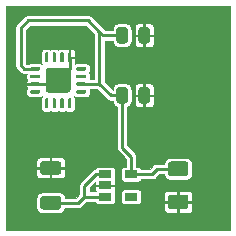
<source format=gbr>
%TF.GenerationSoftware,KiCad,Pcbnew,5.1.9+dfsg1-1~bpo10+1*%
%TF.CreationDate,Date%
%TF.ProjectId,test,74657374-2e6b-4696-9361-645f70636258,v2*%
%TF.SameCoordinates,Original*%
%TF.FileFunction,Copper,L1,Top*%
%TF.FilePolarity,Positive*%
%FSLAX46Y46*%
G04 Gerber Fmt 4.6, Leading zero omitted, Abs format (unit mm)*
G04 Created by KiCad*
%MOMM*%
%LPD*%
G01*
G04 APERTURE LIST*
%TA.AperFunction,SMDPad,CuDef*%
%ADD10R,1.060000X0.650000*%
%TD*%
%TA.AperFunction,Conductor*%
%ADD11C,0.250000*%
%TD*%
%TA.AperFunction,Conductor*%
%ADD12C,0.125000*%
%TD*%
%TA.AperFunction,Conductor*%
%ADD13C,0.100000*%
%TD*%
G04 APERTURE END LIST*
%TO.P,R2,2*%
%TO.N,GND*%
%TA.AperFunction,SMDPad,CuDef*%
G36*
G01*
X131260000Y-97611250D02*
X131260000Y-96698750D01*
G75*
G02*
X131503750Y-96455000I243750J0D01*
G01*
X131991250Y-96455000D01*
G75*
G02*
X132235000Y-96698750I0J-243750D01*
G01*
X132235000Y-97611250D01*
G75*
G02*
X131991250Y-97855000I-243750J0D01*
G01*
X131503750Y-97855000D01*
G75*
G02*
X131260000Y-97611250I0J243750D01*
G01*
G37*
%TD.AperFunction*%
%TO.P,R2,1*%
%TO.N,+3V3*%
%TA.AperFunction,SMDPad,CuDef*%
G36*
G01*
X129385000Y-97611250D02*
X129385000Y-96698750D01*
G75*
G02*
X129628750Y-96455000I243750J0D01*
G01*
X130116250Y-96455000D01*
G75*
G02*
X130360000Y-96698750I0J-243750D01*
G01*
X130360000Y-97611250D01*
G75*
G02*
X130116250Y-97855000I-243750J0D01*
G01*
X129628750Y-97855000D01*
G75*
G02*
X129385000Y-97611250I0J243750D01*
G01*
G37*
%TD.AperFunction*%
%TD*%
%TO.P,R1,2*%
%TO.N,GND*%
%TA.AperFunction,SMDPad,CuDef*%
G36*
G01*
X131260000Y-92531250D02*
X131260000Y-91618750D01*
G75*
G02*
X131503750Y-91375000I243750J0D01*
G01*
X131991250Y-91375000D01*
G75*
G02*
X132235000Y-91618750I0J-243750D01*
G01*
X132235000Y-92531250D01*
G75*
G02*
X131991250Y-92775000I-243750J0D01*
G01*
X131503750Y-92775000D01*
G75*
G02*
X131260000Y-92531250I0J243750D01*
G01*
G37*
%TD.AperFunction*%
%TO.P,R1,1*%
%TO.N,+3V3*%
%TA.AperFunction,SMDPad,CuDef*%
G36*
G01*
X129385000Y-92531250D02*
X129385000Y-91618750D01*
G75*
G02*
X129628750Y-91375000I243750J0D01*
G01*
X130116250Y-91375000D01*
G75*
G02*
X130360000Y-91618750I0J-243750D01*
G01*
X130360000Y-92531250D01*
G75*
G02*
X130116250Y-92775000I-243750J0D01*
G01*
X129628750Y-92775000D01*
G75*
G02*
X129385000Y-92531250I0J243750D01*
G01*
G37*
%TD.AperFunction*%
%TD*%
%TO.P,U2,16*%
%TO.N,N/C*%
%TA.AperFunction,SMDPad,CuDef*%
G36*
G01*
X123335000Y-94285000D02*
X123335000Y-93585000D01*
G75*
G02*
X123410000Y-93510000I75000J0D01*
G01*
X123560000Y-93510000D01*
G75*
G02*
X123635000Y-93585000I0J-75000D01*
G01*
X123635000Y-94285000D01*
G75*
G02*
X123560000Y-94360000I-75000J0D01*
G01*
X123410000Y-94360000D01*
G75*
G02*
X123335000Y-94285000I0J75000D01*
G01*
G37*
%TD.AperFunction*%
%TO.P,U2,15*%
%TA.AperFunction,SMDPad,CuDef*%
G36*
G01*
X123985000Y-94285000D02*
X123985000Y-93585000D01*
G75*
G02*
X124060000Y-93510000I75000J0D01*
G01*
X124210000Y-93510000D01*
G75*
G02*
X124285000Y-93585000I0J-75000D01*
G01*
X124285000Y-94285000D01*
G75*
G02*
X124210000Y-94360000I-75000J0D01*
G01*
X124060000Y-94360000D01*
G75*
G02*
X123985000Y-94285000I0J75000D01*
G01*
G37*
%TD.AperFunction*%
%TO.P,U2,14*%
%TA.AperFunction,SMDPad,CuDef*%
G36*
G01*
X124635000Y-94285000D02*
X124635000Y-93585000D01*
G75*
G02*
X124710000Y-93510000I75000J0D01*
G01*
X124860000Y-93510000D01*
G75*
G02*
X124935000Y-93585000I0J-75000D01*
G01*
X124935000Y-94285000D01*
G75*
G02*
X124860000Y-94360000I-75000J0D01*
G01*
X124710000Y-94360000D01*
G75*
G02*
X124635000Y-94285000I0J75000D01*
G01*
G37*
%TD.AperFunction*%
%TO.P,U2,13*%
%TO.N,GND*%
%TA.AperFunction,SMDPad,CuDef*%
G36*
G01*
X125285000Y-94285000D02*
X125285000Y-93585000D01*
G75*
G02*
X125360000Y-93510000I75000J0D01*
G01*
X125510000Y-93510000D01*
G75*
G02*
X125585000Y-93585000I0J-75000D01*
G01*
X125585000Y-94285000D01*
G75*
G02*
X125510000Y-94360000I-75000J0D01*
G01*
X125360000Y-94360000D01*
G75*
G02*
X125285000Y-94285000I0J75000D01*
G01*
G37*
%TD.AperFunction*%
%TO.P,U2,12*%
%TO.N,N/C*%
%TA.AperFunction,SMDPad,CuDef*%
G36*
G01*
X125985000Y-94985000D02*
X125985000Y-94835000D01*
G75*
G02*
X126060000Y-94760000I75000J0D01*
G01*
X126760000Y-94760000D01*
G75*
G02*
X126835000Y-94835000I0J-75000D01*
G01*
X126835000Y-94985000D01*
G75*
G02*
X126760000Y-95060000I-75000J0D01*
G01*
X126060000Y-95060000D01*
G75*
G02*
X125985000Y-94985000I0J75000D01*
G01*
G37*
%TD.AperFunction*%
%TO.P,U2,11*%
%TA.AperFunction,SMDPad,CuDef*%
G36*
G01*
X125985000Y-95635000D02*
X125985000Y-95485000D01*
G75*
G02*
X126060000Y-95410000I75000J0D01*
G01*
X126760000Y-95410000D01*
G75*
G02*
X126835000Y-95485000I0J-75000D01*
G01*
X126835000Y-95635000D01*
G75*
G02*
X126760000Y-95710000I-75000J0D01*
G01*
X126060000Y-95710000D01*
G75*
G02*
X125985000Y-95635000I0J75000D01*
G01*
G37*
%TD.AperFunction*%
%TO.P,U2,10*%
%TO.N,+3V3*%
%TA.AperFunction,SMDPad,CuDef*%
G36*
G01*
X125985000Y-96285000D02*
X125985000Y-96135000D01*
G75*
G02*
X126060000Y-96060000I75000J0D01*
G01*
X126760000Y-96060000D01*
G75*
G02*
X126835000Y-96135000I0J-75000D01*
G01*
X126835000Y-96285000D01*
G75*
G02*
X126760000Y-96360000I-75000J0D01*
G01*
X126060000Y-96360000D01*
G75*
G02*
X125985000Y-96285000I0J75000D01*
G01*
G37*
%TD.AperFunction*%
%TO.P,U2,9*%
%TO.N,N/C*%
%TA.AperFunction,SMDPad,CuDef*%
G36*
G01*
X125985000Y-96935000D02*
X125985000Y-96785000D01*
G75*
G02*
X126060000Y-96710000I75000J0D01*
G01*
X126760000Y-96710000D01*
G75*
G02*
X126835000Y-96785000I0J-75000D01*
G01*
X126835000Y-96935000D01*
G75*
G02*
X126760000Y-97010000I-75000J0D01*
G01*
X126060000Y-97010000D01*
G75*
G02*
X125985000Y-96935000I0J75000D01*
G01*
G37*
%TD.AperFunction*%
%TO.P,U2,8*%
%TA.AperFunction,SMDPad,CuDef*%
G36*
G01*
X125285000Y-98185000D02*
X125285000Y-97485000D01*
G75*
G02*
X125360000Y-97410000I75000J0D01*
G01*
X125510000Y-97410000D01*
G75*
G02*
X125585000Y-97485000I0J-75000D01*
G01*
X125585000Y-98185000D01*
G75*
G02*
X125510000Y-98260000I-75000J0D01*
G01*
X125360000Y-98260000D01*
G75*
G02*
X125285000Y-98185000I0J75000D01*
G01*
G37*
%TD.AperFunction*%
%TO.P,U2,7*%
%TA.AperFunction,SMDPad,CuDef*%
G36*
G01*
X124635000Y-98185000D02*
X124635000Y-97485000D01*
G75*
G02*
X124710000Y-97410000I75000J0D01*
G01*
X124860000Y-97410000D01*
G75*
G02*
X124935000Y-97485000I0J-75000D01*
G01*
X124935000Y-98185000D01*
G75*
G02*
X124860000Y-98260000I-75000J0D01*
G01*
X124710000Y-98260000D01*
G75*
G02*
X124635000Y-98185000I0J75000D01*
G01*
G37*
%TD.AperFunction*%
%TO.P,U2,6*%
%TA.AperFunction,SMDPad,CuDef*%
G36*
G01*
X123985000Y-98185000D02*
X123985000Y-97485000D01*
G75*
G02*
X124060000Y-97410000I75000J0D01*
G01*
X124210000Y-97410000D01*
G75*
G02*
X124285000Y-97485000I0J-75000D01*
G01*
X124285000Y-98185000D01*
G75*
G02*
X124210000Y-98260000I-75000J0D01*
G01*
X124060000Y-98260000D01*
G75*
G02*
X123985000Y-98185000I0J75000D01*
G01*
G37*
%TD.AperFunction*%
%TO.P,U2,5*%
%TA.AperFunction,SMDPad,CuDef*%
G36*
G01*
X123335000Y-98185000D02*
X123335000Y-97485000D01*
G75*
G02*
X123410000Y-97410000I75000J0D01*
G01*
X123560000Y-97410000D01*
G75*
G02*
X123635000Y-97485000I0J-75000D01*
G01*
X123635000Y-98185000D01*
G75*
G02*
X123560000Y-98260000I-75000J0D01*
G01*
X123410000Y-98260000D01*
G75*
G02*
X123335000Y-98185000I0J75000D01*
G01*
G37*
%TD.AperFunction*%
%TO.P,U2,4*%
%TA.AperFunction,SMDPad,CuDef*%
G36*
G01*
X122085000Y-96935000D02*
X122085000Y-96785000D01*
G75*
G02*
X122160000Y-96710000I75000J0D01*
G01*
X122860000Y-96710000D01*
G75*
G02*
X122935000Y-96785000I0J-75000D01*
G01*
X122935000Y-96935000D01*
G75*
G02*
X122860000Y-97010000I-75000J0D01*
G01*
X122160000Y-97010000D01*
G75*
G02*
X122085000Y-96935000I0J75000D01*
G01*
G37*
%TD.AperFunction*%
%TO.P,U2,3*%
%TO.N,GND*%
%TA.AperFunction,SMDPad,CuDef*%
G36*
G01*
X122085000Y-96285000D02*
X122085000Y-96135000D01*
G75*
G02*
X122160000Y-96060000I75000J0D01*
G01*
X122860000Y-96060000D01*
G75*
G02*
X122935000Y-96135000I0J-75000D01*
G01*
X122935000Y-96285000D01*
G75*
G02*
X122860000Y-96360000I-75000J0D01*
G01*
X122160000Y-96360000D01*
G75*
G02*
X122085000Y-96285000I0J75000D01*
G01*
G37*
%TD.AperFunction*%
%TO.P,U2,2*%
%TO.N,N/C*%
%TA.AperFunction,SMDPad,CuDef*%
G36*
G01*
X122085000Y-95635000D02*
X122085000Y-95485000D01*
G75*
G02*
X122160000Y-95410000I75000J0D01*
G01*
X122860000Y-95410000D01*
G75*
G02*
X122935000Y-95485000I0J-75000D01*
G01*
X122935000Y-95635000D01*
G75*
G02*
X122860000Y-95710000I-75000J0D01*
G01*
X122160000Y-95710000D01*
G75*
G02*
X122085000Y-95635000I0J75000D01*
G01*
G37*
%TD.AperFunction*%
%TO.P,U2,1*%
%TO.N,+3V3*%
%TA.AperFunction,SMDPad,CuDef*%
G36*
G01*
X122085000Y-94985000D02*
X122085000Y-94835000D01*
G75*
G02*
X122160000Y-94760000I75000J0D01*
G01*
X122860000Y-94760000D01*
G75*
G02*
X122935000Y-94835000I0J-75000D01*
G01*
X122935000Y-94985000D01*
G75*
G02*
X122860000Y-95060000I-75000J0D01*
G01*
X122160000Y-95060000D01*
G75*
G02*
X122085000Y-94985000I0J75000D01*
G01*
G37*
%TD.AperFunction*%
%TO.P,U2,17*%
%TO.N,GND*%
%TA.AperFunction,SMDPad,CuDef*%
G36*
G01*
X123410000Y-96685000D02*
X123410000Y-95085000D01*
G75*
G02*
X123660000Y-94835000I250000J0D01*
G01*
X125260000Y-94835000D01*
G75*
G02*
X125510000Y-95085000I0J-250000D01*
G01*
X125510000Y-96685000D01*
G75*
G02*
X125260000Y-96935000I-250000J0D01*
G01*
X123660000Y-96935000D01*
G75*
G02*
X123410000Y-96685000I0J250000D01*
G01*
G37*
%TD.AperFunction*%
%TD*%
D10*
%TO.P,U1,5*%
%TO.N,+3V3*%
X130640000Y-103825000D03*
%TO.P,U1,4*%
%TO.N,N/C*%
X130640000Y-105725000D03*
%TO.P,U1,3*%
%TO.N,Net-(C1-Pad1)*%
X128440000Y-105725000D03*
%TO.P,U1,2*%
%TO.N,GND*%
X128440000Y-104775000D03*
%TO.P,U1,1*%
%TO.N,Net-(C1-Pad1)*%
X128440000Y-103825000D03*
%TD*%
%TO.P,C2,2*%
%TO.N,+3V3*%
%TA.AperFunction,SMDPad,CuDef*%
G36*
G01*
X135245000Y-104000000D02*
X133995000Y-104000000D01*
G75*
G02*
X133745000Y-103750000I0J250000D01*
G01*
X133745000Y-103000000D01*
G75*
G02*
X133995000Y-102750000I250000J0D01*
G01*
X135245000Y-102750000D01*
G75*
G02*
X135495000Y-103000000I0J-250000D01*
G01*
X135495000Y-103750000D01*
G75*
G02*
X135245000Y-104000000I-250000J0D01*
G01*
G37*
%TD.AperFunction*%
%TO.P,C2,1*%
%TO.N,GND*%
%TA.AperFunction,SMDPad,CuDef*%
G36*
G01*
X135245000Y-106800000D02*
X133995000Y-106800000D01*
G75*
G02*
X133745000Y-106550000I0J250000D01*
G01*
X133745000Y-105800000D01*
G75*
G02*
X133995000Y-105550000I250000J0D01*
G01*
X135245000Y-105550000D01*
G75*
G02*
X135495000Y-105800000I0J-250000D01*
G01*
X135495000Y-106550000D01*
G75*
G02*
X135245000Y-106800000I-250000J0D01*
G01*
G37*
%TD.AperFunction*%
%TD*%
%TO.P,C1,2*%
%TO.N,GND*%
%TA.AperFunction,SMDPad,CuDef*%
G36*
G01*
X124475001Y-103875000D02*
X123174999Y-103875000D01*
G75*
G02*
X122925000Y-103625001I0J249999D01*
G01*
X122925000Y-102974999D01*
G75*
G02*
X123174999Y-102725000I249999J0D01*
G01*
X124475001Y-102725000D01*
G75*
G02*
X124725000Y-102974999I0J-249999D01*
G01*
X124725000Y-103625001D01*
G75*
G02*
X124475001Y-103875000I-249999J0D01*
G01*
G37*
%TD.AperFunction*%
%TO.P,C1,1*%
%TO.N,Net-(C1-Pad1)*%
%TA.AperFunction,SMDPad,CuDef*%
G36*
G01*
X124475001Y-106825000D02*
X123174999Y-106825000D01*
G75*
G02*
X122925000Y-106575001I0J249999D01*
G01*
X122925000Y-105924999D01*
G75*
G02*
X123174999Y-105675000I249999J0D01*
G01*
X124475001Y-105675000D01*
G75*
G02*
X124725000Y-105924999I0J-249999D01*
G01*
X124725000Y-106575001D01*
G75*
G02*
X124475001Y-106825000I-249999J0D01*
G01*
G37*
%TD.AperFunction*%
%TD*%
D11*
%TO.N,Net-(C1-Pad1)*%
X123825000Y-106250000D02*
X126160000Y-106250000D01*
X126685000Y-105725000D02*
X128440000Y-105725000D01*
X126160000Y-106250000D02*
X126685000Y-105725000D01*
X126685000Y-104800000D02*
X126685000Y-105725000D01*
X127660000Y-103825000D02*
X126685000Y-104800000D01*
X128440000Y-103825000D02*
X127660000Y-103825000D01*
%TO.N,GND*%
X124135000Y-96210000D02*
X124460000Y-95885000D01*
X122510000Y-96210000D02*
X124135000Y-96210000D01*
X125435000Y-94910000D02*
X124460000Y-95885000D01*
X125435000Y-93935000D02*
X125435000Y-94910000D01*
%TO.N,+3V3*%
X130640000Y-103825000D02*
X132395000Y-103825000D01*
X132845000Y-103375000D02*
X134620000Y-103375000D01*
X132395000Y-103825000D02*
X132845000Y-103375000D01*
X126410000Y-96210000D02*
X127960000Y-96210000D01*
X127960000Y-91765000D02*
X127960000Y-96210000D01*
X127000000Y-90805000D02*
X127960000Y-91765000D01*
X121920000Y-90805000D02*
X127000000Y-90805000D01*
X121285000Y-91440000D02*
X121920000Y-90805000D01*
X121285000Y-94615000D02*
X121285000Y-91440000D01*
X121580000Y-94910000D02*
X121285000Y-94615000D01*
X122510000Y-94910000D02*
X121580000Y-94910000D01*
X128905000Y-97155000D02*
X129872500Y-97155000D01*
X127960000Y-96210000D02*
X128905000Y-97155000D01*
X128270000Y-92075000D02*
X127960000Y-91765000D01*
X129872500Y-92075000D02*
X128270000Y-92075000D01*
X129872500Y-101572500D02*
X129872500Y-97155000D01*
X130640000Y-102340000D02*
X129872500Y-101572500D01*
X130640000Y-103825000D02*
X130640000Y-102340000D01*
%TD*%
D12*
%TO.N,GND*%
X139002500Y-108522500D02*
X120077500Y-108522500D01*
X120077500Y-105924999D01*
X122606969Y-105924999D01*
X122606969Y-106575001D01*
X122617884Y-106685818D01*
X122650208Y-106792377D01*
X122702699Y-106890582D01*
X122773341Y-106976659D01*
X122859418Y-107047301D01*
X122957623Y-107099792D01*
X123064182Y-107132116D01*
X123174999Y-107143031D01*
X124475001Y-107143031D01*
X124585818Y-107132116D01*
X124692377Y-107099792D01*
X124790582Y-107047301D01*
X124876659Y-106976659D01*
X124947301Y-106890582D01*
X124995717Y-106800000D01*
X133426969Y-106800000D01*
X133433080Y-106862045D01*
X133451178Y-106921705D01*
X133480567Y-106976689D01*
X133520118Y-107024882D01*
X133568311Y-107064433D01*
X133623295Y-107093822D01*
X133682955Y-107111920D01*
X133745000Y-107118031D01*
X134476375Y-107116500D01*
X134555500Y-107037375D01*
X134555500Y-106239500D01*
X134684500Y-106239500D01*
X134684500Y-107037375D01*
X134763625Y-107116500D01*
X135495000Y-107118031D01*
X135557045Y-107111920D01*
X135616705Y-107093822D01*
X135671689Y-107064433D01*
X135719882Y-107024882D01*
X135759433Y-106976689D01*
X135788822Y-106921705D01*
X135806920Y-106862045D01*
X135813031Y-106800000D01*
X135811500Y-106318625D01*
X135732375Y-106239500D01*
X134684500Y-106239500D01*
X134555500Y-106239500D01*
X133507625Y-106239500D01*
X133428500Y-106318625D01*
X133426969Y-106800000D01*
X124995717Y-106800000D01*
X124999792Y-106792377D01*
X125030392Y-106691500D01*
X126138322Y-106691500D01*
X126160000Y-106693635D01*
X126181678Y-106691500D01*
X126181688Y-106691500D01*
X126246549Y-106685112D01*
X126329772Y-106659866D01*
X126406471Y-106618870D01*
X126473698Y-106563698D01*
X126487529Y-106546846D01*
X126867875Y-106166500D01*
X127614599Y-106166500D01*
X127616178Y-106171705D01*
X127645567Y-106226689D01*
X127685118Y-106274882D01*
X127733311Y-106314433D01*
X127788295Y-106343822D01*
X127847955Y-106361920D01*
X127910000Y-106368031D01*
X128970000Y-106368031D01*
X129032045Y-106361920D01*
X129091705Y-106343822D01*
X129146689Y-106314433D01*
X129194882Y-106274882D01*
X129234433Y-106226689D01*
X129263822Y-106171705D01*
X129281920Y-106112045D01*
X129288031Y-106050000D01*
X129288031Y-105400000D01*
X129791969Y-105400000D01*
X129791969Y-106050000D01*
X129798080Y-106112045D01*
X129816178Y-106171705D01*
X129845567Y-106226689D01*
X129885118Y-106274882D01*
X129933311Y-106314433D01*
X129988295Y-106343822D01*
X130047955Y-106361920D01*
X130110000Y-106368031D01*
X131170000Y-106368031D01*
X131232045Y-106361920D01*
X131291705Y-106343822D01*
X131346689Y-106314433D01*
X131394882Y-106274882D01*
X131434433Y-106226689D01*
X131463822Y-106171705D01*
X131481920Y-106112045D01*
X131488031Y-106050000D01*
X131488031Y-105550000D01*
X133426969Y-105550000D01*
X133428500Y-106031375D01*
X133507625Y-106110500D01*
X134555500Y-106110500D01*
X134555500Y-105312625D01*
X134684500Y-105312625D01*
X134684500Y-106110500D01*
X135732375Y-106110500D01*
X135811500Y-106031375D01*
X135813031Y-105550000D01*
X135806920Y-105487955D01*
X135788822Y-105428295D01*
X135759433Y-105373311D01*
X135719882Y-105325118D01*
X135671689Y-105285567D01*
X135616705Y-105256178D01*
X135557045Y-105238080D01*
X135495000Y-105231969D01*
X134763625Y-105233500D01*
X134684500Y-105312625D01*
X134555500Y-105312625D01*
X134476375Y-105233500D01*
X133745000Y-105231969D01*
X133682955Y-105238080D01*
X133623295Y-105256178D01*
X133568311Y-105285567D01*
X133520118Y-105325118D01*
X133480567Y-105373311D01*
X133451178Y-105428295D01*
X133433080Y-105487955D01*
X133426969Y-105550000D01*
X131488031Y-105550000D01*
X131488031Y-105400000D01*
X131481920Y-105337955D01*
X131463822Y-105278295D01*
X131434433Y-105223311D01*
X131394882Y-105175118D01*
X131346689Y-105135567D01*
X131291705Y-105106178D01*
X131232045Y-105088080D01*
X131170000Y-105081969D01*
X130110000Y-105081969D01*
X130047955Y-105088080D01*
X129988295Y-105106178D01*
X129933311Y-105135567D01*
X129885118Y-105175118D01*
X129845567Y-105223311D01*
X129816178Y-105278295D01*
X129798080Y-105337955D01*
X129791969Y-105400000D01*
X129288031Y-105400000D01*
X129281920Y-105337955D01*
X129263822Y-105278295D01*
X129248698Y-105250000D01*
X129263822Y-105221705D01*
X129281920Y-105162045D01*
X129288031Y-105100000D01*
X129286500Y-104918625D01*
X129207375Y-104839500D01*
X128504500Y-104839500D01*
X128504500Y-104859500D01*
X128375500Y-104859500D01*
X128375500Y-104839500D01*
X127672625Y-104839500D01*
X127593500Y-104918625D01*
X127591969Y-105100000D01*
X127598080Y-105162045D01*
X127616178Y-105221705D01*
X127631302Y-105250000D01*
X127616178Y-105278295D01*
X127614599Y-105283500D01*
X127126500Y-105283500D01*
X127126500Y-104982874D01*
X127592533Y-104516842D01*
X127593500Y-104631375D01*
X127672625Y-104710500D01*
X128375500Y-104710500D01*
X128375500Y-104690500D01*
X128504500Y-104690500D01*
X128504500Y-104710500D01*
X129207375Y-104710500D01*
X129286500Y-104631375D01*
X129288031Y-104450000D01*
X129281920Y-104387955D01*
X129263822Y-104328295D01*
X129248698Y-104300000D01*
X129263822Y-104271705D01*
X129281920Y-104212045D01*
X129288031Y-104150000D01*
X129288031Y-103500000D01*
X129281920Y-103437955D01*
X129263822Y-103378295D01*
X129234433Y-103323311D01*
X129194882Y-103275118D01*
X129146689Y-103235567D01*
X129091705Y-103206178D01*
X129032045Y-103188080D01*
X128970000Y-103181969D01*
X127910000Y-103181969D01*
X127847955Y-103188080D01*
X127788295Y-103206178D01*
X127733311Y-103235567D01*
X127685118Y-103275118D01*
X127645567Y-103323311D01*
X127616178Y-103378295D01*
X127613869Y-103385907D01*
X127573451Y-103389888D01*
X127490228Y-103415134D01*
X127413529Y-103456130D01*
X127413527Y-103456131D01*
X127413528Y-103456131D01*
X127363147Y-103497477D01*
X127363144Y-103497480D01*
X127346302Y-103511302D01*
X127332480Y-103528144D01*
X126388154Y-104472472D01*
X126371302Y-104486302D01*
X126336727Y-104528433D01*
X126316130Y-104553529D01*
X126294218Y-104594525D01*
X126275134Y-104630229D01*
X126249888Y-104713452D01*
X126243500Y-104778313D01*
X126243500Y-104778322D01*
X126241365Y-104800000D01*
X126243500Y-104821678D01*
X126243501Y-105542124D01*
X125977126Y-105808500D01*
X125030392Y-105808500D01*
X124999792Y-105707623D01*
X124947301Y-105609418D01*
X124876659Y-105523341D01*
X124790582Y-105452699D01*
X124692377Y-105400208D01*
X124585818Y-105367884D01*
X124475001Y-105356969D01*
X123174999Y-105356969D01*
X123064182Y-105367884D01*
X122957623Y-105400208D01*
X122859418Y-105452699D01*
X122773341Y-105523341D01*
X122702699Y-105609418D01*
X122650208Y-105707623D01*
X122617884Y-105814182D01*
X122606969Y-105924999D01*
X120077500Y-105924999D01*
X120077500Y-103875000D01*
X122606969Y-103875000D01*
X122613080Y-103937045D01*
X122631178Y-103996705D01*
X122660567Y-104051689D01*
X122700118Y-104099882D01*
X122748311Y-104139433D01*
X122803295Y-104168822D01*
X122862955Y-104186920D01*
X122925000Y-104193031D01*
X123681375Y-104191500D01*
X123760500Y-104112375D01*
X123760500Y-103364500D01*
X123889500Y-103364500D01*
X123889500Y-104112375D01*
X123968625Y-104191500D01*
X124725000Y-104193031D01*
X124787045Y-104186920D01*
X124846705Y-104168822D01*
X124901689Y-104139433D01*
X124949882Y-104099882D01*
X124989433Y-104051689D01*
X125018822Y-103996705D01*
X125036920Y-103937045D01*
X125043031Y-103875000D01*
X125041500Y-103443625D01*
X124962375Y-103364500D01*
X123889500Y-103364500D01*
X123760500Y-103364500D01*
X122687625Y-103364500D01*
X122608500Y-103443625D01*
X122606969Y-103875000D01*
X120077500Y-103875000D01*
X120077500Y-102725000D01*
X122606969Y-102725000D01*
X122608500Y-103156375D01*
X122687625Y-103235500D01*
X123760500Y-103235500D01*
X123760500Y-102487625D01*
X123889500Y-102487625D01*
X123889500Y-103235500D01*
X124962375Y-103235500D01*
X125041500Y-103156375D01*
X125043031Y-102725000D01*
X125036920Y-102662955D01*
X125018822Y-102603295D01*
X124989433Y-102548311D01*
X124949882Y-102500118D01*
X124901689Y-102460567D01*
X124846705Y-102431178D01*
X124787045Y-102413080D01*
X124725000Y-102406969D01*
X123968625Y-102408500D01*
X123889500Y-102487625D01*
X123760500Y-102487625D01*
X123681375Y-102408500D01*
X122925000Y-102406969D01*
X122862955Y-102413080D01*
X122803295Y-102431178D01*
X122748311Y-102460567D01*
X122700118Y-102500118D01*
X122660567Y-102548311D01*
X122631178Y-102603295D01*
X122613080Y-102662955D01*
X122606969Y-102725000D01*
X120077500Y-102725000D01*
X120077500Y-91440000D01*
X120841365Y-91440000D01*
X120843501Y-91461688D01*
X120843500Y-94593322D01*
X120841365Y-94615000D01*
X120843500Y-94636678D01*
X120843500Y-94636687D01*
X120849888Y-94701548D01*
X120875134Y-94784771D01*
X120875135Y-94784772D01*
X120916130Y-94861471D01*
X120936727Y-94886567D01*
X120971302Y-94928698D01*
X120988155Y-94942529D01*
X121252471Y-95206845D01*
X121266302Y-95223698D01*
X121311217Y-95260559D01*
X121333528Y-95278870D01*
X121374524Y-95300782D01*
X121410228Y-95319866D01*
X121493451Y-95345112D01*
X121558312Y-95351500D01*
X121558321Y-95351500D01*
X121579999Y-95353635D01*
X121601677Y-95351500D01*
X121791758Y-95351500D01*
X121774521Y-95408323D01*
X121766969Y-95485000D01*
X121766969Y-95635000D01*
X121774521Y-95711677D01*
X121796887Y-95785406D01*
X121833207Y-95853356D01*
X121839179Y-95860633D01*
X121820567Y-95883311D01*
X121791178Y-95938295D01*
X121773080Y-95997955D01*
X121766969Y-96060000D01*
X121768500Y-96066375D01*
X121847625Y-96145500D01*
X122445500Y-96145500D01*
X122445500Y-96125500D01*
X122574500Y-96125500D01*
X122574500Y-96145500D01*
X122594500Y-96145500D01*
X122594500Y-96274500D01*
X122574500Y-96274500D01*
X122574500Y-96294500D01*
X122445500Y-96294500D01*
X122445500Y-96274500D01*
X121847625Y-96274500D01*
X121768500Y-96353625D01*
X121766969Y-96360000D01*
X121773080Y-96422045D01*
X121791178Y-96481705D01*
X121820567Y-96536689D01*
X121839179Y-96559367D01*
X121833207Y-96566644D01*
X121796887Y-96634594D01*
X121774521Y-96708323D01*
X121766969Y-96785000D01*
X121766969Y-96935000D01*
X121774521Y-97011677D01*
X121796887Y-97085406D01*
X121833207Y-97153356D01*
X121882085Y-97212915D01*
X121941644Y-97261793D01*
X122009594Y-97298113D01*
X122083323Y-97320479D01*
X122160000Y-97328031D01*
X122860000Y-97328031D01*
X122936677Y-97320479D01*
X123010406Y-97298113D01*
X123078356Y-97261793D01*
X123105406Y-97239594D01*
X123083207Y-97266644D01*
X123046887Y-97334594D01*
X123024521Y-97408323D01*
X123016969Y-97485000D01*
X123016969Y-98185000D01*
X123024521Y-98261677D01*
X123046887Y-98335406D01*
X123083207Y-98403356D01*
X123132085Y-98462915D01*
X123191644Y-98511793D01*
X123259594Y-98548113D01*
X123333323Y-98570479D01*
X123410000Y-98578031D01*
X123560000Y-98578031D01*
X123636677Y-98570479D01*
X123710406Y-98548113D01*
X123778356Y-98511793D01*
X123810000Y-98485824D01*
X123841644Y-98511793D01*
X123909594Y-98548113D01*
X123983323Y-98570479D01*
X124060000Y-98578031D01*
X124210000Y-98578031D01*
X124286677Y-98570479D01*
X124360406Y-98548113D01*
X124428356Y-98511793D01*
X124460000Y-98485824D01*
X124491644Y-98511793D01*
X124559594Y-98548113D01*
X124633323Y-98570479D01*
X124710000Y-98578031D01*
X124860000Y-98578031D01*
X124936677Y-98570479D01*
X125010406Y-98548113D01*
X125078356Y-98511793D01*
X125110000Y-98485824D01*
X125141644Y-98511793D01*
X125209594Y-98548113D01*
X125283323Y-98570479D01*
X125360000Y-98578031D01*
X125510000Y-98578031D01*
X125586677Y-98570479D01*
X125660406Y-98548113D01*
X125728356Y-98511793D01*
X125787915Y-98462915D01*
X125836793Y-98403356D01*
X125873113Y-98335406D01*
X125895479Y-98261677D01*
X125903031Y-98185000D01*
X125903031Y-97485000D01*
X125895479Y-97408323D01*
X125873113Y-97334594D01*
X125836793Y-97266644D01*
X125814594Y-97239594D01*
X125841644Y-97261793D01*
X125909594Y-97298113D01*
X125983323Y-97320479D01*
X126060000Y-97328031D01*
X126760000Y-97328031D01*
X126836677Y-97320479D01*
X126910406Y-97298113D01*
X126978356Y-97261793D01*
X127037915Y-97212915D01*
X127086793Y-97153356D01*
X127123113Y-97085406D01*
X127145479Y-97011677D01*
X127153031Y-96935000D01*
X127153031Y-96785000D01*
X127145479Y-96708323D01*
X127128242Y-96651500D01*
X127777126Y-96651500D01*
X128577476Y-97451851D01*
X128591302Y-97468698D01*
X128608148Y-97482523D01*
X128658528Y-97523870D01*
X128735228Y-97564866D01*
X128818451Y-97590112D01*
X128883312Y-97596500D01*
X128883314Y-97596500D01*
X128905000Y-97598636D01*
X128926685Y-97596500D01*
X129066969Y-97596500D01*
X129066969Y-97611250D01*
X129077763Y-97720848D01*
X129109732Y-97826234D01*
X129161646Y-97923359D01*
X129231511Y-98008489D01*
X129316641Y-98078354D01*
X129413766Y-98130268D01*
X129431001Y-98135496D01*
X129431000Y-101550822D01*
X129428865Y-101572500D01*
X129431000Y-101594178D01*
X129431000Y-101594187D01*
X129437388Y-101659048D01*
X129462634Y-101742271D01*
X129462635Y-101742272D01*
X129503630Y-101818971D01*
X129524227Y-101844067D01*
X129558802Y-101886198D01*
X129575655Y-101900029D01*
X130198501Y-102522876D01*
X130198500Y-103181969D01*
X130110000Y-103181969D01*
X130047955Y-103188080D01*
X129988295Y-103206178D01*
X129933311Y-103235567D01*
X129885118Y-103275118D01*
X129845567Y-103323311D01*
X129816178Y-103378295D01*
X129798080Y-103437955D01*
X129791969Y-103500000D01*
X129791969Y-104150000D01*
X129798080Y-104212045D01*
X129816178Y-104271705D01*
X129845567Y-104326689D01*
X129885118Y-104374882D01*
X129933311Y-104414433D01*
X129988295Y-104443822D01*
X130047955Y-104461920D01*
X130110000Y-104468031D01*
X131170000Y-104468031D01*
X131232045Y-104461920D01*
X131291705Y-104443822D01*
X131346689Y-104414433D01*
X131394882Y-104374882D01*
X131434433Y-104326689D01*
X131463822Y-104271705D01*
X131465401Y-104266500D01*
X132373322Y-104266500D01*
X132395000Y-104268635D01*
X132416678Y-104266500D01*
X132416688Y-104266500D01*
X132481549Y-104260112D01*
X132564772Y-104234866D01*
X132641471Y-104193870D01*
X132708698Y-104138698D01*
X132722528Y-104121846D01*
X133027875Y-103816500D01*
X133433519Y-103816500D01*
X133437884Y-103860817D01*
X133470208Y-103967376D01*
X133522699Y-104065581D01*
X133593341Y-104151659D01*
X133679419Y-104222301D01*
X133777624Y-104274792D01*
X133884183Y-104307116D01*
X133995000Y-104318031D01*
X135245000Y-104318031D01*
X135355817Y-104307116D01*
X135462376Y-104274792D01*
X135560581Y-104222301D01*
X135646659Y-104151659D01*
X135717301Y-104065581D01*
X135769792Y-103967376D01*
X135802116Y-103860817D01*
X135813031Y-103750000D01*
X135813031Y-103000000D01*
X135802116Y-102889183D01*
X135769792Y-102782624D01*
X135717301Y-102684419D01*
X135646659Y-102598341D01*
X135560581Y-102527699D01*
X135462376Y-102475208D01*
X135355817Y-102442884D01*
X135245000Y-102431969D01*
X133995000Y-102431969D01*
X133884183Y-102442884D01*
X133777624Y-102475208D01*
X133679419Y-102527699D01*
X133593341Y-102598341D01*
X133522699Y-102684419D01*
X133470208Y-102782624D01*
X133437884Y-102889183D01*
X133433519Y-102933500D01*
X132866677Y-102933500D01*
X132844999Y-102931365D01*
X132823321Y-102933500D01*
X132823312Y-102933500D01*
X132758451Y-102939888D01*
X132675228Y-102965134D01*
X132598529Y-103006130D01*
X132531302Y-103061302D01*
X132517476Y-103078150D01*
X132212126Y-103383500D01*
X131465401Y-103383500D01*
X131463822Y-103378295D01*
X131434433Y-103323311D01*
X131394882Y-103275118D01*
X131346689Y-103235567D01*
X131291705Y-103206178D01*
X131232045Y-103188080D01*
X131170000Y-103181969D01*
X131081500Y-103181969D01*
X131081500Y-102361685D01*
X131083636Y-102340000D01*
X131081500Y-102318312D01*
X131075112Y-102253451D01*
X131049866Y-102170228D01*
X131049866Y-102170227D01*
X131008870Y-102093528D01*
X130967523Y-102043148D01*
X130953698Y-102026302D01*
X130936851Y-102012476D01*
X130314000Y-101389626D01*
X130314000Y-98135496D01*
X130331234Y-98130268D01*
X130428359Y-98078354D01*
X130513489Y-98008489D01*
X130583354Y-97923359D01*
X130619892Y-97855000D01*
X130941969Y-97855000D01*
X130948080Y-97917045D01*
X130966178Y-97976705D01*
X130995567Y-98031689D01*
X131035118Y-98079882D01*
X131083311Y-98119433D01*
X131138295Y-98148822D01*
X131197955Y-98166920D01*
X131260000Y-98173031D01*
X131603875Y-98171500D01*
X131683000Y-98092375D01*
X131683000Y-97219500D01*
X131812000Y-97219500D01*
X131812000Y-98092375D01*
X131891125Y-98171500D01*
X132235000Y-98173031D01*
X132297045Y-98166920D01*
X132356705Y-98148822D01*
X132411689Y-98119433D01*
X132459882Y-98079882D01*
X132499433Y-98031689D01*
X132528822Y-97976705D01*
X132546920Y-97917045D01*
X132553031Y-97855000D01*
X132551500Y-97298625D01*
X132472375Y-97219500D01*
X131812000Y-97219500D01*
X131683000Y-97219500D01*
X131022625Y-97219500D01*
X130943500Y-97298625D01*
X130941969Y-97855000D01*
X130619892Y-97855000D01*
X130635268Y-97826234D01*
X130667237Y-97720848D01*
X130678031Y-97611250D01*
X130678031Y-96698750D01*
X130667237Y-96589152D01*
X130635268Y-96483766D01*
X130619893Y-96455000D01*
X130941969Y-96455000D01*
X130943500Y-97011375D01*
X131022625Y-97090500D01*
X131683000Y-97090500D01*
X131683000Y-96217625D01*
X131812000Y-96217625D01*
X131812000Y-97090500D01*
X132472375Y-97090500D01*
X132551500Y-97011375D01*
X132553031Y-96455000D01*
X132546920Y-96392955D01*
X132528822Y-96333295D01*
X132499433Y-96278311D01*
X132459882Y-96230118D01*
X132411689Y-96190567D01*
X132356705Y-96161178D01*
X132297045Y-96143080D01*
X132235000Y-96136969D01*
X131891125Y-96138500D01*
X131812000Y-96217625D01*
X131683000Y-96217625D01*
X131603875Y-96138500D01*
X131260000Y-96136969D01*
X131197955Y-96143080D01*
X131138295Y-96161178D01*
X131083311Y-96190567D01*
X131035118Y-96230118D01*
X130995567Y-96278311D01*
X130966178Y-96333295D01*
X130948080Y-96392955D01*
X130941969Y-96455000D01*
X130619893Y-96455000D01*
X130583354Y-96386641D01*
X130513489Y-96301511D01*
X130428359Y-96231646D01*
X130331234Y-96179732D01*
X130225848Y-96147763D01*
X130116250Y-96136969D01*
X129628750Y-96136969D01*
X129519152Y-96147763D01*
X129413766Y-96179732D01*
X129316641Y-96231646D01*
X129231511Y-96301511D01*
X129161646Y-96386641D01*
X129109732Y-96483766D01*
X129077763Y-96589152D01*
X129067521Y-96693146D01*
X128401500Y-96027126D01*
X128401500Y-92516500D01*
X129066969Y-92516500D01*
X129066969Y-92531250D01*
X129077763Y-92640848D01*
X129109732Y-92746234D01*
X129161646Y-92843359D01*
X129231511Y-92928489D01*
X129316641Y-92998354D01*
X129413766Y-93050268D01*
X129519152Y-93082237D01*
X129628750Y-93093031D01*
X130116250Y-93093031D01*
X130225848Y-93082237D01*
X130331234Y-93050268D01*
X130428359Y-92998354D01*
X130513489Y-92928489D01*
X130583354Y-92843359D01*
X130619892Y-92775000D01*
X130941969Y-92775000D01*
X130948080Y-92837045D01*
X130966178Y-92896705D01*
X130995567Y-92951689D01*
X131035118Y-92999882D01*
X131083311Y-93039433D01*
X131138295Y-93068822D01*
X131197955Y-93086920D01*
X131260000Y-93093031D01*
X131603875Y-93091500D01*
X131683000Y-93012375D01*
X131683000Y-92139500D01*
X131812000Y-92139500D01*
X131812000Y-93012375D01*
X131891125Y-93091500D01*
X132235000Y-93093031D01*
X132297045Y-93086920D01*
X132356705Y-93068822D01*
X132411689Y-93039433D01*
X132459882Y-92999882D01*
X132499433Y-92951689D01*
X132528822Y-92896705D01*
X132546920Y-92837045D01*
X132553031Y-92775000D01*
X132551500Y-92218625D01*
X132472375Y-92139500D01*
X131812000Y-92139500D01*
X131683000Y-92139500D01*
X131022625Y-92139500D01*
X130943500Y-92218625D01*
X130941969Y-92775000D01*
X130619892Y-92775000D01*
X130635268Y-92746234D01*
X130667237Y-92640848D01*
X130678031Y-92531250D01*
X130678031Y-91618750D01*
X130667237Y-91509152D01*
X130635268Y-91403766D01*
X130619893Y-91375000D01*
X130941969Y-91375000D01*
X130943500Y-91931375D01*
X131022625Y-92010500D01*
X131683000Y-92010500D01*
X131683000Y-91137625D01*
X131812000Y-91137625D01*
X131812000Y-92010500D01*
X132472375Y-92010500D01*
X132551500Y-91931375D01*
X132553031Y-91375000D01*
X132546920Y-91312955D01*
X132528822Y-91253295D01*
X132499433Y-91198311D01*
X132459882Y-91150118D01*
X132411689Y-91110567D01*
X132356705Y-91081178D01*
X132297045Y-91063080D01*
X132235000Y-91056969D01*
X131891125Y-91058500D01*
X131812000Y-91137625D01*
X131683000Y-91137625D01*
X131603875Y-91058500D01*
X131260000Y-91056969D01*
X131197955Y-91063080D01*
X131138295Y-91081178D01*
X131083311Y-91110567D01*
X131035118Y-91150118D01*
X130995567Y-91198311D01*
X130966178Y-91253295D01*
X130948080Y-91312955D01*
X130941969Y-91375000D01*
X130619893Y-91375000D01*
X130583354Y-91306641D01*
X130513489Y-91221511D01*
X130428359Y-91151646D01*
X130331234Y-91099732D01*
X130225848Y-91067763D01*
X130116250Y-91056969D01*
X129628750Y-91056969D01*
X129519152Y-91067763D01*
X129413766Y-91099732D01*
X129316641Y-91151646D01*
X129231511Y-91221511D01*
X129161646Y-91306641D01*
X129109732Y-91403766D01*
X129077763Y-91509152D01*
X129066969Y-91618750D01*
X129066969Y-91633500D01*
X128452875Y-91633500D01*
X128287527Y-91468153D01*
X128287523Y-91468148D01*
X128273698Y-91451302D01*
X128256852Y-91437477D01*
X127327529Y-90508155D01*
X127313698Y-90491302D01*
X127246471Y-90436130D01*
X127169772Y-90395134D01*
X127086549Y-90369888D01*
X127021688Y-90363500D01*
X127021678Y-90363500D01*
X127000000Y-90361365D01*
X126978322Y-90363500D01*
X121941688Y-90363500D01*
X121920000Y-90361364D01*
X121898312Y-90363500D01*
X121833451Y-90369888D01*
X121750228Y-90395134D01*
X121673529Y-90436130D01*
X121606302Y-90491302D01*
X121592476Y-90508149D01*
X120988150Y-91112476D01*
X120971303Y-91126302D01*
X120957477Y-91143149D01*
X120916130Y-91193529D01*
X120875135Y-91270228D01*
X120849889Y-91353451D01*
X120841365Y-91440000D01*
X120077500Y-91440000D01*
X120077500Y-89597500D01*
X139002500Y-89597500D01*
X139002500Y-108522500D01*
%TA.AperFunction,Conductor*%
D13*
G36*
X139002500Y-108522500D02*
G01*
X120077500Y-108522500D01*
X120077500Y-105924999D01*
X122606969Y-105924999D01*
X122606969Y-106575001D01*
X122617884Y-106685818D01*
X122650208Y-106792377D01*
X122702699Y-106890582D01*
X122773341Y-106976659D01*
X122859418Y-107047301D01*
X122957623Y-107099792D01*
X123064182Y-107132116D01*
X123174999Y-107143031D01*
X124475001Y-107143031D01*
X124585818Y-107132116D01*
X124692377Y-107099792D01*
X124790582Y-107047301D01*
X124876659Y-106976659D01*
X124947301Y-106890582D01*
X124995717Y-106800000D01*
X133426969Y-106800000D01*
X133433080Y-106862045D01*
X133451178Y-106921705D01*
X133480567Y-106976689D01*
X133520118Y-107024882D01*
X133568311Y-107064433D01*
X133623295Y-107093822D01*
X133682955Y-107111920D01*
X133745000Y-107118031D01*
X134476375Y-107116500D01*
X134555500Y-107037375D01*
X134555500Y-106239500D01*
X134684500Y-106239500D01*
X134684500Y-107037375D01*
X134763625Y-107116500D01*
X135495000Y-107118031D01*
X135557045Y-107111920D01*
X135616705Y-107093822D01*
X135671689Y-107064433D01*
X135719882Y-107024882D01*
X135759433Y-106976689D01*
X135788822Y-106921705D01*
X135806920Y-106862045D01*
X135813031Y-106800000D01*
X135811500Y-106318625D01*
X135732375Y-106239500D01*
X134684500Y-106239500D01*
X134555500Y-106239500D01*
X133507625Y-106239500D01*
X133428500Y-106318625D01*
X133426969Y-106800000D01*
X124995717Y-106800000D01*
X124999792Y-106792377D01*
X125030392Y-106691500D01*
X126138322Y-106691500D01*
X126160000Y-106693635D01*
X126181678Y-106691500D01*
X126181688Y-106691500D01*
X126246549Y-106685112D01*
X126329772Y-106659866D01*
X126406471Y-106618870D01*
X126473698Y-106563698D01*
X126487529Y-106546846D01*
X126867875Y-106166500D01*
X127614599Y-106166500D01*
X127616178Y-106171705D01*
X127645567Y-106226689D01*
X127685118Y-106274882D01*
X127733311Y-106314433D01*
X127788295Y-106343822D01*
X127847955Y-106361920D01*
X127910000Y-106368031D01*
X128970000Y-106368031D01*
X129032045Y-106361920D01*
X129091705Y-106343822D01*
X129146689Y-106314433D01*
X129194882Y-106274882D01*
X129234433Y-106226689D01*
X129263822Y-106171705D01*
X129281920Y-106112045D01*
X129288031Y-106050000D01*
X129288031Y-105400000D01*
X129791969Y-105400000D01*
X129791969Y-106050000D01*
X129798080Y-106112045D01*
X129816178Y-106171705D01*
X129845567Y-106226689D01*
X129885118Y-106274882D01*
X129933311Y-106314433D01*
X129988295Y-106343822D01*
X130047955Y-106361920D01*
X130110000Y-106368031D01*
X131170000Y-106368031D01*
X131232045Y-106361920D01*
X131291705Y-106343822D01*
X131346689Y-106314433D01*
X131394882Y-106274882D01*
X131434433Y-106226689D01*
X131463822Y-106171705D01*
X131481920Y-106112045D01*
X131488031Y-106050000D01*
X131488031Y-105550000D01*
X133426969Y-105550000D01*
X133428500Y-106031375D01*
X133507625Y-106110500D01*
X134555500Y-106110500D01*
X134555500Y-105312625D01*
X134684500Y-105312625D01*
X134684500Y-106110500D01*
X135732375Y-106110500D01*
X135811500Y-106031375D01*
X135813031Y-105550000D01*
X135806920Y-105487955D01*
X135788822Y-105428295D01*
X135759433Y-105373311D01*
X135719882Y-105325118D01*
X135671689Y-105285567D01*
X135616705Y-105256178D01*
X135557045Y-105238080D01*
X135495000Y-105231969D01*
X134763625Y-105233500D01*
X134684500Y-105312625D01*
X134555500Y-105312625D01*
X134476375Y-105233500D01*
X133745000Y-105231969D01*
X133682955Y-105238080D01*
X133623295Y-105256178D01*
X133568311Y-105285567D01*
X133520118Y-105325118D01*
X133480567Y-105373311D01*
X133451178Y-105428295D01*
X133433080Y-105487955D01*
X133426969Y-105550000D01*
X131488031Y-105550000D01*
X131488031Y-105400000D01*
X131481920Y-105337955D01*
X131463822Y-105278295D01*
X131434433Y-105223311D01*
X131394882Y-105175118D01*
X131346689Y-105135567D01*
X131291705Y-105106178D01*
X131232045Y-105088080D01*
X131170000Y-105081969D01*
X130110000Y-105081969D01*
X130047955Y-105088080D01*
X129988295Y-105106178D01*
X129933311Y-105135567D01*
X129885118Y-105175118D01*
X129845567Y-105223311D01*
X129816178Y-105278295D01*
X129798080Y-105337955D01*
X129791969Y-105400000D01*
X129288031Y-105400000D01*
X129281920Y-105337955D01*
X129263822Y-105278295D01*
X129248698Y-105250000D01*
X129263822Y-105221705D01*
X129281920Y-105162045D01*
X129288031Y-105100000D01*
X129286500Y-104918625D01*
X129207375Y-104839500D01*
X128504500Y-104839500D01*
X128504500Y-104859500D01*
X128375500Y-104859500D01*
X128375500Y-104839500D01*
X127672625Y-104839500D01*
X127593500Y-104918625D01*
X127591969Y-105100000D01*
X127598080Y-105162045D01*
X127616178Y-105221705D01*
X127631302Y-105250000D01*
X127616178Y-105278295D01*
X127614599Y-105283500D01*
X127126500Y-105283500D01*
X127126500Y-104982874D01*
X127592533Y-104516842D01*
X127593500Y-104631375D01*
X127672625Y-104710500D01*
X128375500Y-104710500D01*
X128375500Y-104690500D01*
X128504500Y-104690500D01*
X128504500Y-104710500D01*
X129207375Y-104710500D01*
X129286500Y-104631375D01*
X129288031Y-104450000D01*
X129281920Y-104387955D01*
X129263822Y-104328295D01*
X129248698Y-104300000D01*
X129263822Y-104271705D01*
X129281920Y-104212045D01*
X129288031Y-104150000D01*
X129288031Y-103500000D01*
X129281920Y-103437955D01*
X129263822Y-103378295D01*
X129234433Y-103323311D01*
X129194882Y-103275118D01*
X129146689Y-103235567D01*
X129091705Y-103206178D01*
X129032045Y-103188080D01*
X128970000Y-103181969D01*
X127910000Y-103181969D01*
X127847955Y-103188080D01*
X127788295Y-103206178D01*
X127733311Y-103235567D01*
X127685118Y-103275118D01*
X127645567Y-103323311D01*
X127616178Y-103378295D01*
X127613869Y-103385907D01*
X127573451Y-103389888D01*
X127490228Y-103415134D01*
X127413529Y-103456130D01*
X127413527Y-103456131D01*
X127413528Y-103456131D01*
X127363147Y-103497477D01*
X127363144Y-103497480D01*
X127346302Y-103511302D01*
X127332480Y-103528144D01*
X126388154Y-104472472D01*
X126371302Y-104486302D01*
X126336727Y-104528433D01*
X126316130Y-104553529D01*
X126294218Y-104594525D01*
X126275134Y-104630229D01*
X126249888Y-104713452D01*
X126243500Y-104778313D01*
X126243500Y-104778322D01*
X126241365Y-104800000D01*
X126243500Y-104821678D01*
X126243501Y-105542124D01*
X125977126Y-105808500D01*
X125030392Y-105808500D01*
X124999792Y-105707623D01*
X124947301Y-105609418D01*
X124876659Y-105523341D01*
X124790582Y-105452699D01*
X124692377Y-105400208D01*
X124585818Y-105367884D01*
X124475001Y-105356969D01*
X123174999Y-105356969D01*
X123064182Y-105367884D01*
X122957623Y-105400208D01*
X122859418Y-105452699D01*
X122773341Y-105523341D01*
X122702699Y-105609418D01*
X122650208Y-105707623D01*
X122617884Y-105814182D01*
X122606969Y-105924999D01*
X120077500Y-105924999D01*
X120077500Y-103875000D01*
X122606969Y-103875000D01*
X122613080Y-103937045D01*
X122631178Y-103996705D01*
X122660567Y-104051689D01*
X122700118Y-104099882D01*
X122748311Y-104139433D01*
X122803295Y-104168822D01*
X122862955Y-104186920D01*
X122925000Y-104193031D01*
X123681375Y-104191500D01*
X123760500Y-104112375D01*
X123760500Y-103364500D01*
X123889500Y-103364500D01*
X123889500Y-104112375D01*
X123968625Y-104191500D01*
X124725000Y-104193031D01*
X124787045Y-104186920D01*
X124846705Y-104168822D01*
X124901689Y-104139433D01*
X124949882Y-104099882D01*
X124989433Y-104051689D01*
X125018822Y-103996705D01*
X125036920Y-103937045D01*
X125043031Y-103875000D01*
X125041500Y-103443625D01*
X124962375Y-103364500D01*
X123889500Y-103364500D01*
X123760500Y-103364500D01*
X122687625Y-103364500D01*
X122608500Y-103443625D01*
X122606969Y-103875000D01*
X120077500Y-103875000D01*
X120077500Y-102725000D01*
X122606969Y-102725000D01*
X122608500Y-103156375D01*
X122687625Y-103235500D01*
X123760500Y-103235500D01*
X123760500Y-102487625D01*
X123889500Y-102487625D01*
X123889500Y-103235500D01*
X124962375Y-103235500D01*
X125041500Y-103156375D01*
X125043031Y-102725000D01*
X125036920Y-102662955D01*
X125018822Y-102603295D01*
X124989433Y-102548311D01*
X124949882Y-102500118D01*
X124901689Y-102460567D01*
X124846705Y-102431178D01*
X124787045Y-102413080D01*
X124725000Y-102406969D01*
X123968625Y-102408500D01*
X123889500Y-102487625D01*
X123760500Y-102487625D01*
X123681375Y-102408500D01*
X122925000Y-102406969D01*
X122862955Y-102413080D01*
X122803295Y-102431178D01*
X122748311Y-102460567D01*
X122700118Y-102500118D01*
X122660567Y-102548311D01*
X122631178Y-102603295D01*
X122613080Y-102662955D01*
X122606969Y-102725000D01*
X120077500Y-102725000D01*
X120077500Y-91440000D01*
X120841365Y-91440000D01*
X120843501Y-91461688D01*
X120843500Y-94593322D01*
X120841365Y-94615000D01*
X120843500Y-94636678D01*
X120843500Y-94636687D01*
X120849888Y-94701548D01*
X120875134Y-94784771D01*
X120875135Y-94784772D01*
X120916130Y-94861471D01*
X120936727Y-94886567D01*
X120971302Y-94928698D01*
X120988155Y-94942529D01*
X121252471Y-95206845D01*
X121266302Y-95223698D01*
X121311217Y-95260559D01*
X121333528Y-95278870D01*
X121374524Y-95300782D01*
X121410228Y-95319866D01*
X121493451Y-95345112D01*
X121558312Y-95351500D01*
X121558321Y-95351500D01*
X121579999Y-95353635D01*
X121601677Y-95351500D01*
X121791758Y-95351500D01*
X121774521Y-95408323D01*
X121766969Y-95485000D01*
X121766969Y-95635000D01*
X121774521Y-95711677D01*
X121796887Y-95785406D01*
X121833207Y-95853356D01*
X121839179Y-95860633D01*
X121820567Y-95883311D01*
X121791178Y-95938295D01*
X121773080Y-95997955D01*
X121766969Y-96060000D01*
X121768500Y-96066375D01*
X121847625Y-96145500D01*
X122445500Y-96145500D01*
X122445500Y-96125500D01*
X122574500Y-96125500D01*
X122574500Y-96145500D01*
X122594500Y-96145500D01*
X122594500Y-96274500D01*
X122574500Y-96274500D01*
X122574500Y-96294500D01*
X122445500Y-96294500D01*
X122445500Y-96274500D01*
X121847625Y-96274500D01*
X121768500Y-96353625D01*
X121766969Y-96360000D01*
X121773080Y-96422045D01*
X121791178Y-96481705D01*
X121820567Y-96536689D01*
X121839179Y-96559367D01*
X121833207Y-96566644D01*
X121796887Y-96634594D01*
X121774521Y-96708323D01*
X121766969Y-96785000D01*
X121766969Y-96935000D01*
X121774521Y-97011677D01*
X121796887Y-97085406D01*
X121833207Y-97153356D01*
X121882085Y-97212915D01*
X121941644Y-97261793D01*
X122009594Y-97298113D01*
X122083323Y-97320479D01*
X122160000Y-97328031D01*
X122860000Y-97328031D01*
X122936677Y-97320479D01*
X123010406Y-97298113D01*
X123078356Y-97261793D01*
X123105406Y-97239594D01*
X123083207Y-97266644D01*
X123046887Y-97334594D01*
X123024521Y-97408323D01*
X123016969Y-97485000D01*
X123016969Y-98185000D01*
X123024521Y-98261677D01*
X123046887Y-98335406D01*
X123083207Y-98403356D01*
X123132085Y-98462915D01*
X123191644Y-98511793D01*
X123259594Y-98548113D01*
X123333323Y-98570479D01*
X123410000Y-98578031D01*
X123560000Y-98578031D01*
X123636677Y-98570479D01*
X123710406Y-98548113D01*
X123778356Y-98511793D01*
X123810000Y-98485824D01*
X123841644Y-98511793D01*
X123909594Y-98548113D01*
X123983323Y-98570479D01*
X124060000Y-98578031D01*
X124210000Y-98578031D01*
X124286677Y-98570479D01*
X124360406Y-98548113D01*
X124428356Y-98511793D01*
X124460000Y-98485824D01*
X124491644Y-98511793D01*
X124559594Y-98548113D01*
X124633323Y-98570479D01*
X124710000Y-98578031D01*
X124860000Y-98578031D01*
X124936677Y-98570479D01*
X125010406Y-98548113D01*
X125078356Y-98511793D01*
X125110000Y-98485824D01*
X125141644Y-98511793D01*
X125209594Y-98548113D01*
X125283323Y-98570479D01*
X125360000Y-98578031D01*
X125510000Y-98578031D01*
X125586677Y-98570479D01*
X125660406Y-98548113D01*
X125728356Y-98511793D01*
X125787915Y-98462915D01*
X125836793Y-98403356D01*
X125873113Y-98335406D01*
X125895479Y-98261677D01*
X125903031Y-98185000D01*
X125903031Y-97485000D01*
X125895479Y-97408323D01*
X125873113Y-97334594D01*
X125836793Y-97266644D01*
X125814594Y-97239594D01*
X125841644Y-97261793D01*
X125909594Y-97298113D01*
X125983323Y-97320479D01*
X126060000Y-97328031D01*
X126760000Y-97328031D01*
X126836677Y-97320479D01*
X126910406Y-97298113D01*
X126978356Y-97261793D01*
X127037915Y-97212915D01*
X127086793Y-97153356D01*
X127123113Y-97085406D01*
X127145479Y-97011677D01*
X127153031Y-96935000D01*
X127153031Y-96785000D01*
X127145479Y-96708323D01*
X127128242Y-96651500D01*
X127777126Y-96651500D01*
X128577476Y-97451851D01*
X128591302Y-97468698D01*
X128608148Y-97482523D01*
X128658528Y-97523870D01*
X128735228Y-97564866D01*
X128818451Y-97590112D01*
X128883312Y-97596500D01*
X128883314Y-97596500D01*
X128905000Y-97598636D01*
X128926685Y-97596500D01*
X129066969Y-97596500D01*
X129066969Y-97611250D01*
X129077763Y-97720848D01*
X129109732Y-97826234D01*
X129161646Y-97923359D01*
X129231511Y-98008489D01*
X129316641Y-98078354D01*
X129413766Y-98130268D01*
X129431001Y-98135496D01*
X129431000Y-101550822D01*
X129428865Y-101572500D01*
X129431000Y-101594178D01*
X129431000Y-101594187D01*
X129437388Y-101659048D01*
X129462634Y-101742271D01*
X129462635Y-101742272D01*
X129503630Y-101818971D01*
X129524227Y-101844067D01*
X129558802Y-101886198D01*
X129575655Y-101900029D01*
X130198501Y-102522876D01*
X130198500Y-103181969D01*
X130110000Y-103181969D01*
X130047955Y-103188080D01*
X129988295Y-103206178D01*
X129933311Y-103235567D01*
X129885118Y-103275118D01*
X129845567Y-103323311D01*
X129816178Y-103378295D01*
X129798080Y-103437955D01*
X129791969Y-103500000D01*
X129791969Y-104150000D01*
X129798080Y-104212045D01*
X129816178Y-104271705D01*
X129845567Y-104326689D01*
X129885118Y-104374882D01*
X129933311Y-104414433D01*
X129988295Y-104443822D01*
X130047955Y-104461920D01*
X130110000Y-104468031D01*
X131170000Y-104468031D01*
X131232045Y-104461920D01*
X131291705Y-104443822D01*
X131346689Y-104414433D01*
X131394882Y-104374882D01*
X131434433Y-104326689D01*
X131463822Y-104271705D01*
X131465401Y-104266500D01*
X132373322Y-104266500D01*
X132395000Y-104268635D01*
X132416678Y-104266500D01*
X132416688Y-104266500D01*
X132481549Y-104260112D01*
X132564772Y-104234866D01*
X132641471Y-104193870D01*
X132708698Y-104138698D01*
X132722528Y-104121846D01*
X133027875Y-103816500D01*
X133433519Y-103816500D01*
X133437884Y-103860817D01*
X133470208Y-103967376D01*
X133522699Y-104065581D01*
X133593341Y-104151659D01*
X133679419Y-104222301D01*
X133777624Y-104274792D01*
X133884183Y-104307116D01*
X133995000Y-104318031D01*
X135245000Y-104318031D01*
X135355817Y-104307116D01*
X135462376Y-104274792D01*
X135560581Y-104222301D01*
X135646659Y-104151659D01*
X135717301Y-104065581D01*
X135769792Y-103967376D01*
X135802116Y-103860817D01*
X135813031Y-103750000D01*
X135813031Y-103000000D01*
X135802116Y-102889183D01*
X135769792Y-102782624D01*
X135717301Y-102684419D01*
X135646659Y-102598341D01*
X135560581Y-102527699D01*
X135462376Y-102475208D01*
X135355817Y-102442884D01*
X135245000Y-102431969D01*
X133995000Y-102431969D01*
X133884183Y-102442884D01*
X133777624Y-102475208D01*
X133679419Y-102527699D01*
X133593341Y-102598341D01*
X133522699Y-102684419D01*
X133470208Y-102782624D01*
X133437884Y-102889183D01*
X133433519Y-102933500D01*
X132866677Y-102933500D01*
X132844999Y-102931365D01*
X132823321Y-102933500D01*
X132823312Y-102933500D01*
X132758451Y-102939888D01*
X132675228Y-102965134D01*
X132598529Y-103006130D01*
X132531302Y-103061302D01*
X132517476Y-103078150D01*
X132212126Y-103383500D01*
X131465401Y-103383500D01*
X131463822Y-103378295D01*
X131434433Y-103323311D01*
X131394882Y-103275118D01*
X131346689Y-103235567D01*
X131291705Y-103206178D01*
X131232045Y-103188080D01*
X131170000Y-103181969D01*
X131081500Y-103181969D01*
X131081500Y-102361685D01*
X131083636Y-102340000D01*
X131081500Y-102318312D01*
X131075112Y-102253451D01*
X131049866Y-102170228D01*
X131049866Y-102170227D01*
X131008870Y-102093528D01*
X130967523Y-102043148D01*
X130953698Y-102026302D01*
X130936851Y-102012476D01*
X130314000Y-101389626D01*
X130314000Y-98135496D01*
X130331234Y-98130268D01*
X130428359Y-98078354D01*
X130513489Y-98008489D01*
X130583354Y-97923359D01*
X130619892Y-97855000D01*
X130941969Y-97855000D01*
X130948080Y-97917045D01*
X130966178Y-97976705D01*
X130995567Y-98031689D01*
X131035118Y-98079882D01*
X131083311Y-98119433D01*
X131138295Y-98148822D01*
X131197955Y-98166920D01*
X131260000Y-98173031D01*
X131603875Y-98171500D01*
X131683000Y-98092375D01*
X131683000Y-97219500D01*
X131812000Y-97219500D01*
X131812000Y-98092375D01*
X131891125Y-98171500D01*
X132235000Y-98173031D01*
X132297045Y-98166920D01*
X132356705Y-98148822D01*
X132411689Y-98119433D01*
X132459882Y-98079882D01*
X132499433Y-98031689D01*
X132528822Y-97976705D01*
X132546920Y-97917045D01*
X132553031Y-97855000D01*
X132551500Y-97298625D01*
X132472375Y-97219500D01*
X131812000Y-97219500D01*
X131683000Y-97219500D01*
X131022625Y-97219500D01*
X130943500Y-97298625D01*
X130941969Y-97855000D01*
X130619892Y-97855000D01*
X130635268Y-97826234D01*
X130667237Y-97720848D01*
X130678031Y-97611250D01*
X130678031Y-96698750D01*
X130667237Y-96589152D01*
X130635268Y-96483766D01*
X130619893Y-96455000D01*
X130941969Y-96455000D01*
X130943500Y-97011375D01*
X131022625Y-97090500D01*
X131683000Y-97090500D01*
X131683000Y-96217625D01*
X131812000Y-96217625D01*
X131812000Y-97090500D01*
X132472375Y-97090500D01*
X132551500Y-97011375D01*
X132553031Y-96455000D01*
X132546920Y-96392955D01*
X132528822Y-96333295D01*
X132499433Y-96278311D01*
X132459882Y-96230118D01*
X132411689Y-96190567D01*
X132356705Y-96161178D01*
X132297045Y-96143080D01*
X132235000Y-96136969D01*
X131891125Y-96138500D01*
X131812000Y-96217625D01*
X131683000Y-96217625D01*
X131603875Y-96138500D01*
X131260000Y-96136969D01*
X131197955Y-96143080D01*
X131138295Y-96161178D01*
X131083311Y-96190567D01*
X131035118Y-96230118D01*
X130995567Y-96278311D01*
X130966178Y-96333295D01*
X130948080Y-96392955D01*
X130941969Y-96455000D01*
X130619893Y-96455000D01*
X130583354Y-96386641D01*
X130513489Y-96301511D01*
X130428359Y-96231646D01*
X130331234Y-96179732D01*
X130225848Y-96147763D01*
X130116250Y-96136969D01*
X129628750Y-96136969D01*
X129519152Y-96147763D01*
X129413766Y-96179732D01*
X129316641Y-96231646D01*
X129231511Y-96301511D01*
X129161646Y-96386641D01*
X129109732Y-96483766D01*
X129077763Y-96589152D01*
X129067521Y-96693146D01*
X128401500Y-96027126D01*
X128401500Y-92516500D01*
X129066969Y-92516500D01*
X129066969Y-92531250D01*
X129077763Y-92640848D01*
X129109732Y-92746234D01*
X129161646Y-92843359D01*
X129231511Y-92928489D01*
X129316641Y-92998354D01*
X129413766Y-93050268D01*
X129519152Y-93082237D01*
X129628750Y-93093031D01*
X130116250Y-93093031D01*
X130225848Y-93082237D01*
X130331234Y-93050268D01*
X130428359Y-92998354D01*
X130513489Y-92928489D01*
X130583354Y-92843359D01*
X130619892Y-92775000D01*
X130941969Y-92775000D01*
X130948080Y-92837045D01*
X130966178Y-92896705D01*
X130995567Y-92951689D01*
X131035118Y-92999882D01*
X131083311Y-93039433D01*
X131138295Y-93068822D01*
X131197955Y-93086920D01*
X131260000Y-93093031D01*
X131603875Y-93091500D01*
X131683000Y-93012375D01*
X131683000Y-92139500D01*
X131812000Y-92139500D01*
X131812000Y-93012375D01*
X131891125Y-93091500D01*
X132235000Y-93093031D01*
X132297045Y-93086920D01*
X132356705Y-93068822D01*
X132411689Y-93039433D01*
X132459882Y-92999882D01*
X132499433Y-92951689D01*
X132528822Y-92896705D01*
X132546920Y-92837045D01*
X132553031Y-92775000D01*
X132551500Y-92218625D01*
X132472375Y-92139500D01*
X131812000Y-92139500D01*
X131683000Y-92139500D01*
X131022625Y-92139500D01*
X130943500Y-92218625D01*
X130941969Y-92775000D01*
X130619892Y-92775000D01*
X130635268Y-92746234D01*
X130667237Y-92640848D01*
X130678031Y-92531250D01*
X130678031Y-91618750D01*
X130667237Y-91509152D01*
X130635268Y-91403766D01*
X130619893Y-91375000D01*
X130941969Y-91375000D01*
X130943500Y-91931375D01*
X131022625Y-92010500D01*
X131683000Y-92010500D01*
X131683000Y-91137625D01*
X131812000Y-91137625D01*
X131812000Y-92010500D01*
X132472375Y-92010500D01*
X132551500Y-91931375D01*
X132553031Y-91375000D01*
X132546920Y-91312955D01*
X132528822Y-91253295D01*
X132499433Y-91198311D01*
X132459882Y-91150118D01*
X132411689Y-91110567D01*
X132356705Y-91081178D01*
X132297045Y-91063080D01*
X132235000Y-91056969D01*
X131891125Y-91058500D01*
X131812000Y-91137625D01*
X131683000Y-91137625D01*
X131603875Y-91058500D01*
X131260000Y-91056969D01*
X131197955Y-91063080D01*
X131138295Y-91081178D01*
X131083311Y-91110567D01*
X131035118Y-91150118D01*
X130995567Y-91198311D01*
X130966178Y-91253295D01*
X130948080Y-91312955D01*
X130941969Y-91375000D01*
X130619893Y-91375000D01*
X130583354Y-91306641D01*
X130513489Y-91221511D01*
X130428359Y-91151646D01*
X130331234Y-91099732D01*
X130225848Y-91067763D01*
X130116250Y-91056969D01*
X129628750Y-91056969D01*
X129519152Y-91067763D01*
X129413766Y-91099732D01*
X129316641Y-91151646D01*
X129231511Y-91221511D01*
X129161646Y-91306641D01*
X129109732Y-91403766D01*
X129077763Y-91509152D01*
X129066969Y-91618750D01*
X129066969Y-91633500D01*
X128452875Y-91633500D01*
X128287527Y-91468153D01*
X128287523Y-91468148D01*
X128273698Y-91451302D01*
X128256852Y-91437477D01*
X127327529Y-90508155D01*
X127313698Y-90491302D01*
X127246471Y-90436130D01*
X127169772Y-90395134D01*
X127086549Y-90369888D01*
X127021688Y-90363500D01*
X127021678Y-90363500D01*
X127000000Y-90361365D01*
X126978322Y-90363500D01*
X121941688Y-90363500D01*
X121920000Y-90361364D01*
X121898312Y-90363500D01*
X121833451Y-90369888D01*
X121750228Y-90395134D01*
X121673529Y-90436130D01*
X121606302Y-90491302D01*
X121592476Y-90508149D01*
X120988150Y-91112476D01*
X120971303Y-91126302D01*
X120957477Y-91143149D01*
X120916130Y-91193529D01*
X120875135Y-91270228D01*
X120849889Y-91353451D01*
X120841365Y-91440000D01*
X120077500Y-91440000D01*
X120077500Y-89597500D01*
X139002500Y-89597500D01*
X139002500Y-108522500D01*
G37*
%TD.AperFunction*%
D12*
X124524500Y-95820500D02*
X124544500Y-95820500D01*
X124544500Y-95949500D01*
X124524500Y-95949500D01*
X124524500Y-95969500D01*
X124395500Y-95969500D01*
X124395500Y-95949500D01*
X124375500Y-95949500D01*
X124375500Y-95820500D01*
X124395500Y-95820500D01*
X124395500Y-95800500D01*
X124524500Y-95800500D01*
X124524500Y-95820500D01*
%TA.AperFunction,Conductor*%
D13*
G36*
X124524500Y-95820500D02*
G01*
X124544500Y-95820500D01*
X124544500Y-95949500D01*
X124524500Y-95949500D01*
X124524500Y-95969500D01*
X124395500Y-95969500D01*
X124395500Y-95949500D01*
X124375500Y-95949500D01*
X124375500Y-95820500D01*
X124395500Y-95820500D01*
X124395500Y-95800500D01*
X124524500Y-95800500D01*
X124524500Y-95820500D01*
G37*
%TD.AperFunction*%
D12*
X127518500Y-91947875D02*
X127518501Y-95768500D01*
X127128242Y-95768500D01*
X127145479Y-95711677D01*
X127153031Y-95635000D01*
X127153031Y-95485000D01*
X127145479Y-95408323D01*
X127123113Y-95334594D01*
X127086793Y-95266644D01*
X127060824Y-95235000D01*
X127086793Y-95203356D01*
X127123113Y-95135406D01*
X127145479Y-95061677D01*
X127153031Y-94985000D01*
X127153031Y-94835000D01*
X127145479Y-94758323D01*
X127123113Y-94684594D01*
X127086793Y-94616644D01*
X127037915Y-94557085D01*
X126978356Y-94508207D01*
X126910406Y-94471887D01*
X126836677Y-94449521D01*
X126760000Y-94441969D01*
X126060000Y-94441969D01*
X125983323Y-94449521D01*
X125909594Y-94471887D01*
X125873861Y-94490987D01*
X125878822Y-94481705D01*
X125896920Y-94422045D01*
X125903031Y-94360000D01*
X125901500Y-94078625D01*
X125822375Y-93999500D01*
X125499500Y-93999500D01*
X125499500Y-94019500D01*
X125370500Y-94019500D01*
X125370500Y-93999500D01*
X125350500Y-93999500D01*
X125350500Y-93870500D01*
X125370500Y-93870500D01*
X125370500Y-93272625D01*
X125499500Y-93272625D01*
X125499500Y-93870500D01*
X125822375Y-93870500D01*
X125901500Y-93791375D01*
X125903031Y-93510000D01*
X125896920Y-93447955D01*
X125878822Y-93388295D01*
X125849433Y-93333311D01*
X125809882Y-93285118D01*
X125761689Y-93245567D01*
X125706705Y-93216178D01*
X125647045Y-93198080D01*
X125585000Y-93191969D01*
X125578625Y-93193500D01*
X125499500Y-93272625D01*
X125370500Y-93272625D01*
X125291375Y-93193500D01*
X125285000Y-93191969D01*
X125222955Y-93198080D01*
X125163295Y-93216178D01*
X125108311Y-93245567D01*
X125085633Y-93264179D01*
X125078356Y-93258207D01*
X125010406Y-93221887D01*
X124936677Y-93199521D01*
X124860000Y-93191969D01*
X124710000Y-93191969D01*
X124633323Y-93199521D01*
X124559594Y-93221887D01*
X124491644Y-93258207D01*
X124460000Y-93284176D01*
X124428356Y-93258207D01*
X124360406Y-93221887D01*
X124286677Y-93199521D01*
X124210000Y-93191969D01*
X124060000Y-93191969D01*
X123983323Y-93199521D01*
X123909594Y-93221887D01*
X123841644Y-93258207D01*
X123810000Y-93284176D01*
X123778356Y-93258207D01*
X123710406Y-93221887D01*
X123636677Y-93199521D01*
X123560000Y-93191969D01*
X123410000Y-93191969D01*
X123333323Y-93199521D01*
X123259594Y-93221887D01*
X123191644Y-93258207D01*
X123132085Y-93307085D01*
X123083207Y-93366644D01*
X123046887Y-93434594D01*
X123024521Y-93508323D01*
X123016969Y-93585000D01*
X123016969Y-94285000D01*
X123024521Y-94361677D01*
X123046887Y-94435406D01*
X123083207Y-94503356D01*
X123105406Y-94530406D01*
X123078356Y-94508207D01*
X123010406Y-94471887D01*
X122936677Y-94449521D01*
X122860000Y-94441969D01*
X122160000Y-94441969D01*
X122083323Y-94449521D01*
X122020759Y-94468500D01*
X121762874Y-94468500D01*
X121726500Y-94432126D01*
X121726500Y-91622874D01*
X122102875Y-91246500D01*
X126817126Y-91246500D01*
X127518500Y-91947875D01*
%TA.AperFunction,Conductor*%
D13*
G36*
X127518500Y-91947875D02*
G01*
X127518501Y-95768500D01*
X127128242Y-95768500D01*
X127145479Y-95711677D01*
X127153031Y-95635000D01*
X127153031Y-95485000D01*
X127145479Y-95408323D01*
X127123113Y-95334594D01*
X127086793Y-95266644D01*
X127060824Y-95235000D01*
X127086793Y-95203356D01*
X127123113Y-95135406D01*
X127145479Y-95061677D01*
X127153031Y-94985000D01*
X127153031Y-94835000D01*
X127145479Y-94758323D01*
X127123113Y-94684594D01*
X127086793Y-94616644D01*
X127037915Y-94557085D01*
X126978356Y-94508207D01*
X126910406Y-94471887D01*
X126836677Y-94449521D01*
X126760000Y-94441969D01*
X126060000Y-94441969D01*
X125983323Y-94449521D01*
X125909594Y-94471887D01*
X125873861Y-94490987D01*
X125878822Y-94481705D01*
X125896920Y-94422045D01*
X125903031Y-94360000D01*
X125901500Y-94078625D01*
X125822375Y-93999500D01*
X125499500Y-93999500D01*
X125499500Y-94019500D01*
X125370500Y-94019500D01*
X125370500Y-93999500D01*
X125350500Y-93999500D01*
X125350500Y-93870500D01*
X125370500Y-93870500D01*
X125370500Y-93272625D01*
X125499500Y-93272625D01*
X125499500Y-93870500D01*
X125822375Y-93870500D01*
X125901500Y-93791375D01*
X125903031Y-93510000D01*
X125896920Y-93447955D01*
X125878822Y-93388295D01*
X125849433Y-93333311D01*
X125809882Y-93285118D01*
X125761689Y-93245567D01*
X125706705Y-93216178D01*
X125647045Y-93198080D01*
X125585000Y-93191969D01*
X125578625Y-93193500D01*
X125499500Y-93272625D01*
X125370500Y-93272625D01*
X125291375Y-93193500D01*
X125285000Y-93191969D01*
X125222955Y-93198080D01*
X125163295Y-93216178D01*
X125108311Y-93245567D01*
X125085633Y-93264179D01*
X125078356Y-93258207D01*
X125010406Y-93221887D01*
X124936677Y-93199521D01*
X124860000Y-93191969D01*
X124710000Y-93191969D01*
X124633323Y-93199521D01*
X124559594Y-93221887D01*
X124491644Y-93258207D01*
X124460000Y-93284176D01*
X124428356Y-93258207D01*
X124360406Y-93221887D01*
X124286677Y-93199521D01*
X124210000Y-93191969D01*
X124060000Y-93191969D01*
X123983323Y-93199521D01*
X123909594Y-93221887D01*
X123841644Y-93258207D01*
X123810000Y-93284176D01*
X123778356Y-93258207D01*
X123710406Y-93221887D01*
X123636677Y-93199521D01*
X123560000Y-93191969D01*
X123410000Y-93191969D01*
X123333323Y-93199521D01*
X123259594Y-93221887D01*
X123191644Y-93258207D01*
X123132085Y-93307085D01*
X123083207Y-93366644D01*
X123046887Y-93434594D01*
X123024521Y-93508323D01*
X123016969Y-93585000D01*
X123016969Y-94285000D01*
X123024521Y-94361677D01*
X123046887Y-94435406D01*
X123083207Y-94503356D01*
X123105406Y-94530406D01*
X123078356Y-94508207D01*
X123010406Y-94471887D01*
X122936677Y-94449521D01*
X122860000Y-94441969D01*
X122160000Y-94441969D01*
X122083323Y-94449521D01*
X122020759Y-94468500D01*
X121762874Y-94468500D01*
X121726500Y-94432126D01*
X121726500Y-91622874D01*
X122102875Y-91246500D01*
X126817126Y-91246500D01*
X127518500Y-91947875D01*
G37*
%TD.AperFunction*%
%TD*%
M02*

</source>
